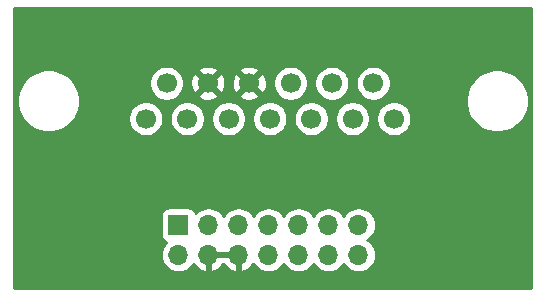
<source format=gbr>
G04 #@! TF.GenerationSoftware,KiCad,Pcbnew,(5.1.4)-1*
G04 #@! TF.CreationDate,2019-10-27T01:37:59+02:00*
G04 #@! TF.ProjectId,SIOSocket,53494f53-6f63-46b6-9574-2e6b69636164,rev?*
G04 #@! TF.SameCoordinates,Original*
G04 #@! TF.FileFunction,Copper,L1,Top*
G04 #@! TF.FilePolarity,Positive*
%FSLAX46Y46*%
G04 Gerber Fmt 4.6, Leading zero omitted, Abs format (unit mm)*
G04 Created by KiCad (PCBNEW (5.1.4)-1) date 2019-10-27 01:37:59*
%MOMM*%
%LPD*%
G04 APERTURE LIST*
%ADD10R,1.700000X1.700000*%
%ADD11O,1.700000X1.700000*%
%ADD12C,1.700000*%
%ADD13C,0.254000*%
G04 APERTURE END LIST*
D10*
X140000000Y-98500000D03*
D11*
X140000000Y-101040000D03*
X142540000Y-98500000D03*
X142540000Y-101040000D03*
X145080000Y-98500000D03*
X145080000Y-101040000D03*
X147620000Y-98500000D03*
X147620000Y-101040000D03*
X150160000Y-98500000D03*
X150160000Y-101040000D03*
X152700000Y-98500000D03*
X152700000Y-101040000D03*
X155240000Y-98500000D03*
X155240000Y-101040000D03*
D12*
X139000000Y-86500000D03*
X142500000Y-86500000D03*
X146000000Y-86500000D03*
X149500000Y-86500000D03*
X153000000Y-86500000D03*
X156500000Y-86500000D03*
X137250000Y-89500000D03*
X140750000Y-89500000D03*
X144250000Y-89500000D03*
X147750000Y-89500000D03*
X151250000Y-89500000D03*
X154750000Y-89500000D03*
X158250000Y-89500000D03*
D13*
G36*
X169873000Y-103873000D02*
G01*
X126127000Y-103873000D01*
X126127000Y-101040000D01*
X138507815Y-101040000D01*
X138536487Y-101331111D01*
X138621401Y-101611034D01*
X138759294Y-101869014D01*
X138944866Y-102095134D01*
X139170986Y-102280706D01*
X139428966Y-102418599D01*
X139708889Y-102503513D01*
X139927050Y-102525000D01*
X140072950Y-102525000D01*
X140291111Y-102503513D01*
X140571034Y-102418599D01*
X140829014Y-102280706D01*
X141055134Y-102095134D01*
X141240706Y-101869014D01*
X141275201Y-101804477D01*
X141344822Y-101921355D01*
X141539731Y-102137588D01*
X141773080Y-102311641D01*
X142035901Y-102436825D01*
X142183110Y-102481476D01*
X142413000Y-102360155D01*
X142413000Y-101167000D01*
X142667000Y-101167000D01*
X142667000Y-102360155D01*
X142896890Y-102481476D01*
X143044099Y-102436825D01*
X143306920Y-102311641D01*
X143540269Y-102137588D01*
X143735178Y-101921355D01*
X143810000Y-101795745D01*
X143884822Y-101921355D01*
X144079731Y-102137588D01*
X144313080Y-102311641D01*
X144575901Y-102436825D01*
X144723110Y-102481476D01*
X144953000Y-102360155D01*
X144953000Y-101167000D01*
X142667000Y-101167000D01*
X142413000Y-101167000D01*
X142393000Y-101167000D01*
X142393000Y-100913000D01*
X142413000Y-100913000D01*
X142413000Y-100893000D01*
X142667000Y-100893000D01*
X142667000Y-100913000D01*
X144953000Y-100913000D01*
X144953000Y-100893000D01*
X145207000Y-100893000D01*
X145207000Y-100913000D01*
X145227000Y-100913000D01*
X145227000Y-101167000D01*
X145207000Y-101167000D01*
X145207000Y-102360155D01*
X145436890Y-102481476D01*
X145584099Y-102436825D01*
X145846920Y-102311641D01*
X146080269Y-102137588D01*
X146275178Y-101921355D01*
X146344799Y-101804477D01*
X146379294Y-101869014D01*
X146564866Y-102095134D01*
X146790986Y-102280706D01*
X147048966Y-102418599D01*
X147328889Y-102503513D01*
X147547050Y-102525000D01*
X147692950Y-102525000D01*
X147911111Y-102503513D01*
X148191034Y-102418599D01*
X148449014Y-102280706D01*
X148675134Y-102095134D01*
X148860706Y-101869014D01*
X148890000Y-101814209D01*
X148919294Y-101869014D01*
X149104866Y-102095134D01*
X149330986Y-102280706D01*
X149588966Y-102418599D01*
X149868889Y-102503513D01*
X150087050Y-102525000D01*
X150232950Y-102525000D01*
X150451111Y-102503513D01*
X150731034Y-102418599D01*
X150989014Y-102280706D01*
X151215134Y-102095134D01*
X151400706Y-101869014D01*
X151430000Y-101814209D01*
X151459294Y-101869014D01*
X151644866Y-102095134D01*
X151870986Y-102280706D01*
X152128966Y-102418599D01*
X152408889Y-102503513D01*
X152627050Y-102525000D01*
X152772950Y-102525000D01*
X152991111Y-102503513D01*
X153271034Y-102418599D01*
X153529014Y-102280706D01*
X153755134Y-102095134D01*
X153940706Y-101869014D01*
X153970000Y-101814209D01*
X153999294Y-101869014D01*
X154184866Y-102095134D01*
X154410986Y-102280706D01*
X154668966Y-102418599D01*
X154948889Y-102503513D01*
X155167050Y-102525000D01*
X155312950Y-102525000D01*
X155531111Y-102503513D01*
X155811034Y-102418599D01*
X156069014Y-102280706D01*
X156295134Y-102095134D01*
X156480706Y-101869014D01*
X156618599Y-101611034D01*
X156703513Y-101331111D01*
X156732185Y-101040000D01*
X156703513Y-100748889D01*
X156618599Y-100468966D01*
X156480706Y-100210986D01*
X156295134Y-99984866D01*
X156069014Y-99799294D01*
X156014209Y-99770000D01*
X156069014Y-99740706D01*
X156295134Y-99555134D01*
X156480706Y-99329014D01*
X156618599Y-99071034D01*
X156703513Y-98791111D01*
X156732185Y-98500000D01*
X156703513Y-98208889D01*
X156618599Y-97928966D01*
X156480706Y-97670986D01*
X156295134Y-97444866D01*
X156069014Y-97259294D01*
X155811034Y-97121401D01*
X155531111Y-97036487D01*
X155312950Y-97015000D01*
X155167050Y-97015000D01*
X154948889Y-97036487D01*
X154668966Y-97121401D01*
X154410986Y-97259294D01*
X154184866Y-97444866D01*
X153999294Y-97670986D01*
X153970000Y-97725791D01*
X153940706Y-97670986D01*
X153755134Y-97444866D01*
X153529014Y-97259294D01*
X153271034Y-97121401D01*
X152991111Y-97036487D01*
X152772950Y-97015000D01*
X152627050Y-97015000D01*
X152408889Y-97036487D01*
X152128966Y-97121401D01*
X151870986Y-97259294D01*
X151644866Y-97444866D01*
X151459294Y-97670986D01*
X151430000Y-97725791D01*
X151400706Y-97670986D01*
X151215134Y-97444866D01*
X150989014Y-97259294D01*
X150731034Y-97121401D01*
X150451111Y-97036487D01*
X150232950Y-97015000D01*
X150087050Y-97015000D01*
X149868889Y-97036487D01*
X149588966Y-97121401D01*
X149330986Y-97259294D01*
X149104866Y-97444866D01*
X148919294Y-97670986D01*
X148890000Y-97725791D01*
X148860706Y-97670986D01*
X148675134Y-97444866D01*
X148449014Y-97259294D01*
X148191034Y-97121401D01*
X147911111Y-97036487D01*
X147692950Y-97015000D01*
X147547050Y-97015000D01*
X147328889Y-97036487D01*
X147048966Y-97121401D01*
X146790986Y-97259294D01*
X146564866Y-97444866D01*
X146379294Y-97670986D01*
X146350000Y-97725791D01*
X146320706Y-97670986D01*
X146135134Y-97444866D01*
X145909014Y-97259294D01*
X145651034Y-97121401D01*
X145371111Y-97036487D01*
X145152950Y-97015000D01*
X145007050Y-97015000D01*
X144788889Y-97036487D01*
X144508966Y-97121401D01*
X144250986Y-97259294D01*
X144024866Y-97444866D01*
X143839294Y-97670986D01*
X143810000Y-97725791D01*
X143780706Y-97670986D01*
X143595134Y-97444866D01*
X143369014Y-97259294D01*
X143111034Y-97121401D01*
X142831111Y-97036487D01*
X142612950Y-97015000D01*
X142467050Y-97015000D01*
X142248889Y-97036487D01*
X141968966Y-97121401D01*
X141710986Y-97259294D01*
X141484866Y-97444866D01*
X141460393Y-97474687D01*
X141439502Y-97405820D01*
X141380537Y-97295506D01*
X141301185Y-97198815D01*
X141204494Y-97119463D01*
X141094180Y-97060498D01*
X140974482Y-97024188D01*
X140850000Y-97011928D01*
X139150000Y-97011928D01*
X139025518Y-97024188D01*
X138905820Y-97060498D01*
X138795506Y-97119463D01*
X138698815Y-97198815D01*
X138619463Y-97295506D01*
X138560498Y-97405820D01*
X138524188Y-97525518D01*
X138511928Y-97650000D01*
X138511928Y-99350000D01*
X138524188Y-99474482D01*
X138560498Y-99594180D01*
X138619463Y-99704494D01*
X138698815Y-99801185D01*
X138795506Y-99880537D01*
X138905820Y-99939502D01*
X138974687Y-99960393D01*
X138944866Y-99984866D01*
X138759294Y-100210986D01*
X138621401Y-100468966D01*
X138536487Y-100748889D01*
X138507815Y-101040000D01*
X126127000Y-101040000D01*
X126127000Y-87737314D01*
X126332905Y-87737314D01*
X126332905Y-88262686D01*
X126435400Y-88777963D01*
X126636451Y-89263343D01*
X126928332Y-89700174D01*
X127299826Y-90071668D01*
X127736657Y-90363549D01*
X128222037Y-90564600D01*
X128737314Y-90667095D01*
X129262686Y-90667095D01*
X129777963Y-90564600D01*
X130263343Y-90363549D01*
X130700174Y-90071668D01*
X131071668Y-89700174D01*
X131303147Y-89353740D01*
X135765000Y-89353740D01*
X135765000Y-89646260D01*
X135822068Y-89933158D01*
X135934010Y-90203411D01*
X136096525Y-90446632D01*
X136303368Y-90653475D01*
X136546589Y-90815990D01*
X136816842Y-90927932D01*
X137103740Y-90985000D01*
X137396260Y-90985000D01*
X137683158Y-90927932D01*
X137953411Y-90815990D01*
X138196632Y-90653475D01*
X138403475Y-90446632D01*
X138565990Y-90203411D01*
X138677932Y-89933158D01*
X138735000Y-89646260D01*
X138735000Y-89353740D01*
X139265000Y-89353740D01*
X139265000Y-89646260D01*
X139322068Y-89933158D01*
X139434010Y-90203411D01*
X139596525Y-90446632D01*
X139803368Y-90653475D01*
X140046589Y-90815990D01*
X140316842Y-90927932D01*
X140603740Y-90985000D01*
X140896260Y-90985000D01*
X141183158Y-90927932D01*
X141453411Y-90815990D01*
X141696632Y-90653475D01*
X141903475Y-90446632D01*
X142065990Y-90203411D01*
X142177932Y-89933158D01*
X142235000Y-89646260D01*
X142235000Y-89353740D01*
X142765000Y-89353740D01*
X142765000Y-89646260D01*
X142822068Y-89933158D01*
X142934010Y-90203411D01*
X143096525Y-90446632D01*
X143303368Y-90653475D01*
X143546589Y-90815990D01*
X143816842Y-90927932D01*
X144103740Y-90985000D01*
X144396260Y-90985000D01*
X144683158Y-90927932D01*
X144953411Y-90815990D01*
X145196632Y-90653475D01*
X145403475Y-90446632D01*
X145565990Y-90203411D01*
X145677932Y-89933158D01*
X145735000Y-89646260D01*
X145735000Y-89353740D01*
X146265000Y-89353740D01*
X146265000Y-89646260D01*
X146322068Y-89933158D01*
X146434010Y-90203411D01*
X146596525Y-90446632D01*
X146803368Y-90653475D01*
X147046589Y-90815990D01*
X147316842Y-90927932D01*
X147603740Y-90985000D01*
X147896260Y-90985000D01*
X148183158Y-90927932D01*
X148453411Y-90815990D01*
X148696632Y-90653475D01*
X148903475Y-90446632D01*
X149065990Y-90203411D01*
X149177932Y-89933158D01*
X149235000Y-89646260D01*
X149235000Y-89353740D01*
X149765000Y-89353740D01*
X149765000Y-89646260D01*
X149822068Y-89933158D01*
X149934010Y-90203411D01*
X150096525Y-90446632D01*
X150303368Y-90653475D01*
X150546589Y-90815990D01*
X150816842Y-90927932D01*
X151103740Y-90985000D01*
X151396260Y-90985000D01*
X151683158Y-90927932D01*
X151953411Y-90815990D01*
X152196632Y-90653475D01*
X152403475Y-90446632D01*
X152565990Y-90203411D01*
X152677932Y-89933158D01*
X152735000Y-89646260D01*
X152735000Y-89353740D01*
X153265000Y-89353740D01*
X153265000Y-89646260D01*
X153322068Y-89933158D01*
X153434010Y-90203411D01*
X153596525Y-90446632D01*
X153803368Y-90653475D01*
X154046589Y-90815990D01*
X154316842Y-90927932D01*
X154603740Y-90985000D01*
X154896260Y-90985000D01*
X155183158Y-90927932D01*
X155453411Y-90815990D01*
X155696632Y-90653475D01*
X155903475Y-90446632D01*
X156065990Y-90203411D01*
X156177932Y-89933158D01*
X156235000Y-89646260D01*
X156235000Y-89353740D01*
X156765000Y-89353740D01*
X156765000Y-89646260D01*
X156822068Y-89933158D01*
X156934010Y-90203411D01*
X157096525Y-90446632D01*
X157303368Y-90653475D01*
X157546589Y-90815990D01*
X157816842Y-90927932D01*
X158103740Y-90985000D01*
X158396260Y-90985000D01*
X158683158Y-90927932D01*
X158953411Y-90815990D01*
X159196632Y-90653475D01*
X159403475Y-90446632D01*
X159565990Y-90203411D01*
X159677932Y-89933158D01*
X159735000Y-89646260D01*
X159735000Y-89353740D01*
X159677932Y-89066842D01*
X159565990Y-88796589D01*
X159403475Y-88553368D01*
X159196632Y-88346525D01*
X158953411Y-88184010D01*
X158683158Y-88072068D01*
X158396260Y-88015000D01*
X158103740Y-88015000D01*
X157816842Y-88072068D01*
X157546589Y-88184010D01*
X157303368Y-88346525D01*
X157096525Y-88553368D01*
X156934010Y-88796589D01*
X156822068Y-89066842D01*
X156765000Y-89353740D01*
X156235000Y-89353740D01*
X156177932Y-89066842D01*
X156065990Y-88796589D01*
X155903475Y-88553368D01*
X155696632Y-88346525D01*
X155453411Y-88184010D01*
X155183158Y-88072068D01*
X154896260Y-88015000D01*
X154603740Y-88015000D01*
X154316842Y-88072068D01*
X154046589Y-88184010D01*
X153803368Y-88346525D01*
X153596525Y-88553368D01*
X153434010Y-88796589D01*
X153322068Y-89066842D01*
X153265000Y-89353740D01*
X152735000Y-89353740D01*
X152677932Y-89066842D01*
X152565990Y-88796589D01*
X152403475Y-88553368D01*
X152196632Y-88346525D01*
X151953411Y-88184010D01*
X151683158Y-88072068D01*
X151396260Y-88015000D01*
X151103740Y-88015000D01*
X150816842Y-88072068D01*
X150546589Y-88184010D01*
X150303368Y-88346525D01*
X150096525Y-88553368D01*
X149934010Y-88796589D01*
X149822068Y-89066842D01*
X149765000Y-89353740D01*
X149235000Y-89353740D01*
X149177932Y-89066842D01*
X149065990Y-88796589D01*
X148903475Y-88553368D01*
X148696632Y-88346525D01*
X148453411Y-88184010D01*
X148183158Y-88072068D01*
X147896260Y-88015000D01*
X147603740Y-88015000D01*
X147316842Y-88072068D01*
X147046589Y-88184010D01*
X146803368Y-88346525D01*
X146596525Y-88553368D01*
X146434010Y-88796589D01*
X146322068Y-89066842D01*
X146265000Y-89353740D01*
X145735000Y-89353740D01*
X145677932Y-89066842D01*
X145565990Y-88796589D01*
X145403475Y-88553368D01*
X145196632Y-88346525D01*
X144953411Y-88184010D01*
X144683158Y-88072068D01*
X144396260Y-88015000D01*
X144103740Y-88015000D01*
X143816842Y-88072068D01*
X143546589Y-88184010D01*
X143303368Y-88346525D01*
X143096525Y-88553368D01*
X142934010Y-88796589D01*
X142822068Y-89066842D01*
X142765000Y-89353740D01*
X142235000Y-89353740D01*
X142177932Y-89066842D01*
X142065990Y-88796589D01*
X141903475Y-88553368D01*
X141696632Y-88346525D01*
X141453411Y-88184010D01*
X141183158Y-88072068D01*
X140896260Y-88015000D01*
X140603740Y-88015000D01*
X140316842Y-88072068D01*
X140046589Y-88184010D01*
X139803368Y-88346525D01*
X139596525Y-88553368D01*
X139434010Y-88796589D01*
X139322068Y-89066842D01*
X139265000Y-89353740D01*
X138735000Y-89353740D01*
X138677932Y-89066842D01*
X138565990Y-88796589D01*
X138403475Y-88553368D01*
X138196632Y-88346525D01*
X137953411Y-88184010D01*
X137683158Y-88072068D01*
X137396260Y-88015000D01*
X137103740Y-88015000D01*
X136816842Y-88072068D01*
X136546589Y-88184010D01*
X136303368Y-88346525D01*
X136096525Y-88553368D01*
X135934010Y-88796589D01*
X135822068Y-89066842D01*
X135765000Y-89353740D01*
X131303147Y-89353740D01*
X131363549Y-89263343D01*
X131564600Y-88777963D01*
X131667095Y-88262686D01*
X131667095Y-87737314D01*
X131564600Y-87222037D01*
X131363549Y-86736657D01*
X131107693Y-86353740D01*
X137515000Y-86353740D01*
X137515000Y-86646260D01*
X137572068Y-86933158D01*
X137684010Y-87203411D01*
X137846525Y-87446632D01*
X138053368Y-87653475D01*
X138296589Y-87815990D01*
X138566842Y-87927932D01*
X138853740Y-87985000D01*
X139146260Y-87985000D01*
X139433158Y-87927932D01*
X139703411Y-87815990D01*
X139946632Y-87653475D01*
X140071710Y-87528397D01*
X141651208Y-87528397D01*
X141728843Y-87777472D01*
X141992883Y-87903371D01*
X142276411Y-87975339D01*
X142568531Y-87990611D01*
X142858019Y-87948599D01*
X143133747Y-87850919D01*
X143271157Y-87777472D01*
X143348792Y-87528397D01*
X145151208Y-87528397D01*
X145228843Y-87777472D01*
X145492883Y-87903371D01*
X145776411Y-87975339D01*
X146068531Y-87990611D01*
X146358019Y-87948599D01*
X146633747Y-87850919D01*
X146771157Y-87777472D01*
X146848792Y-87528397D01*
X146000000Y-86679605D01*
X145151208Y-87528397D01*
X143348792Y-87528397D01*
X142500000Y-86679605D01*
X141651208Y-87528397D01*
X140071710Y-87528397D01*
X140153475Y-87446632D01*
X140315990Y-87203411D01*
X140427932Y-86933158D01*
X140485000Y-86646260D01*
X140485000Y-86568531D01*
X141009389Y-86568531D01*
X141051401Y-86858019D01*
X141149081Y-87133747D01*
X141222528Y-87271157D01*
X141471603Y-87348792D01*
X142320395Y-86500000D01*
X142679605Y-86500000D01*
X143528397Y-87348792D01*
X143777472Y-87271157D01*
X143903371Y-87007117D01*
X143975339Y-86723589D01*
X143983445Y-86568531D01*
X144509389Y-86568531D01*
X144551401Y-86858019D01*
X144649081Y-87133747D01*
X144722528Y-87271157D01*
X144971603Y-87348792D01*
X145820395Y-86500000D01*
X146179605Y-86500000D01*
X147028397Y-87348792D01*
X147277472Y-87271157D01*
X147403371Y-87007117D01*
X147475339Y-86723589D01*
X147490611Y-86431469D01*
X147479331Y-86353740D01*
X148015000Y-86353740D01*
X148015000Y-86646260D01*
X148072068Y-86933158D01*
X148184010Y-87203411D01*
X148346525Y-87446632D01*
X148553368Y-87653475D01*
X148796589Y-87815990D01*
X149066842Y-87927932D01*
X149353740Y-87985000D01*
X149646260Y-87985000D01*
X149933158Y-87927932D01*
X150203411Y-87815990D01*
X150446632Y-87653475D01*
X150653475Y-87446632D01*
X150815990Y-87203411D01*
X150927932Y-86933158D01*
X150985000Y-86646260D01*
X150985000Y-86353740D01*
X151515000Y-86353740D01*
X151515000Y-86646260D01*
X151572068Y-86933158D01*
X151684010Y-87203411D01*
X151846525Y-87446632D01*
X152053368Y-87653475D01*
X152296589Y-87815990D01*
X152566842Y-87927932D01*
X152853740Y-87985000D01*
X153146260Y-87985000D01*
X153433158Y-87927932D01*
X153703411Y-87815990D01*
X153946632Y-87653475D01*
X154153475Y-87446632D01*
X154315990Y-87203411D01*
X154427932Y-86933158D01*
X154485000Y-86646260D01*
X154485000Y-86353740D01*
X155015000Y-86353740D01*
X155015000Y-86646260D01*
X155072068Y-86933158D01*
X155184010Y-87203411D01*
X155346525Y-87446632D01*
X155553368Y-87653475D01*
X155796589Y-87815990D01*
X156066842Y-87927932D01*
X156353740Y-87985000D01*
X156646260Y-87985000D01*
X156933158Y-87927932D01*
X157203411Y-87815990D01*
X157321158Y-87737314D01*
X164332905Y-87737314D01*
X164332905Y-88262686D01*
X164435400Y-88777963D01*
X164636451Y-89263343D01*
X164928332Y-89700174D01*
X165299826Y-90071668D01*
X165736657Y-90363549D01*
X166222037Y-90564600D01*
X166737314Y-90667095D01*
X167262686Y-90667095D01*
X167777963Y-90564600D01*
X168263343Y-90363549D01*
X168700174Y-90071668D01*
X169071668Y-89700174D01*
X169363549Y-89263343D01*
X169564600Y-88777963D01*
X169667095Y-88262686D01*
X169667095Y-87737314D01*
X169564600Y-87222037D01*
X169363549Y-86736657D01*
X169071668Y-86299826D01*
X168700174Y-85928332D01*
X168263343Y-85636451D01*
X167777963Y-85435400D01*
X167262686Y-85332905D01*
X166737314Y-85332905D01*
X166222037Y-85435400D01*
X165736657Y-85636451D01*
X165299826Y-85928332D01*
X164928332Y-86299826D01*
X164636451Y-86736657D01*
X164435400Y-87222037D01*
X164332905Y-87737314D01*
X157321158Y-87737314D01*
X157446632Y-87653475D01*
X157653475Y-87446632D01*
X157815990Y-87203411D01*
X157927932Y-86933158D01*
X157985000Y-86646260D01*
X157985000Y-86353740D01*
X157927932Y-86066842D01*
X157815990Y-85796589D01*
X157653475Y-85553368D01*
X157446632Y-85346525D01*
X157203411Y-85184010D01*
X156933158Y-85072068D01*
X156646260Y-85015000D01*
X156353740Y-85015000D01*
X156066842Y-85072068D01*
X155796589Y-85184010D01*
X155553368Y-85346525D01*
X155346525Y-85553368D01*
X155184010Y-85796589D01*
X155072068Y-86066842D01*
X155015000Y-86353740D01*
X154485000Y-86353740D01*
X154427932Y-86066842D01*
X154315990Y-85796589D01*
X154153475Y-85553368D01*
X153946632Y-85346525D01*
X153703411Y-85184010D01*
X153433158Y-85072068D01*
X153146260Y-85015000D01*
X152853740Y-85015000D01*
X152566842Y-85072068D01*
X152296589Y-85184010D01*
X152053368Y-85346525D01*
X151846525Y-85553368D01*
X151684010Y-85796589D01*
X151572068Y-86066842D01*
X151515000Y-86353740D01*
X150985000Y-86353740D01*
X150927932Y-86066842D01*
X150815990Y-85796589D01*
X150653475Y-85553368D01*
X150446632Y-85346525D01*
X150203411Y-85184010D01*
X149933158Y-85072068D01*
X149646260Y-85015000D01*
X149353740Y-85015000D01*
X149066842Y-85072068D01*
X148796589Y-85184010D01*
X148553368Y-85346525D01*
X148346525Y-85553368D01*
X148184010Y-85796589D01*
X148072068Y-86066842D01*
X148015000Y-86353740D01*
X147479331Y-86353740D01*
X147448599Y-86141981D01*
X147350919Y-85866253D01*
X147277472Y-85728843D01*
X147028397Y-85651208D01*
X146179605Y-86500000D01*
X145820395Y-86500000D01*
X144971603Y-85651208D01*
X144722528Y-85728843D01*
X144596629Y-85992883D01*
X144524661Y-86276411D01*
X144509389Y-86568531D01*
X143983445Y-86568531D01*
X143990611Y-86431469D01*
X143948599Y-86141981D01*
X143850919Y-85866253D01*
X143777472Y-85728843D01*
X143528397Y-85651208D01*
X142679605Y-86500000D01*
X142320395Y-86500000D01*
X141471603Y-85651208D01*
X141222528Y-85728843D01*
X141096629Y-85992883D01*
X141024661Y-86276411D01*
X141009389Y-86568531D01*
X140485000Y-86568531D01*
X140485000Y-86353740D01*
X140427932Y-86066842D01*
X140315990Y-85796589D01*
X140153475Y-85553368D01*
X140071710Y-85471603D01*
X141651208Y-85471603D01*
X142500000Y-86320395D01*
X143348792Y-85471603D01*
X145151208Y-85471603D01*
X146000000Y-86320395D01*
X146848792Y-85471603D01*
X146771157Y-85222528D01*
X146507117Y-85096629D01*
X146223589Y-85024661D01*
X145931469Y-85009389D01*
X145641981Y-85051401D01*
X145366253Y-85149081D01*
X145228843Y-85222528D01*
X145151208Y-85471603D01*
X143348792Y-85471603D01*
X143271157Y-85222528D01*
X143007117Y-85096629D01*
X142723589Y-85024661D01*
X142431469Y-85009389D01*
X142141981Y-85051401D01*
X141866253Y-85149081D01*
X141728843Y-85222528D01*
X141651208Y-85471603D01*
X140071710Y-85471603D01*
X139946632Y-85346525D01*
X139703411Y-85184010D01*
X139433158Y-85072068D01*
X139146260Y-85015000D01*
X138853740Y-85015000D01*
X138566842Y-85072068D01*
X138296589Y-85184010D01*
X138053368Y-85346525D01*
X137846525Y-85553368D01*
X137684010Y-85796589D01*
X137572068Y-86066842D01*
X137515000Y-86353740D01*
X131107693Y-86353740D01*
X131071668Y-86299826D01*
X130700174Y-85928332D01*
X130263343Y-85636451D01*
X129777963Y-85435400D01*
X129262686Y-85332905D01*
X128737314Y-85332905D01*
X128222037Y-85435400D01*
X127736657Y-85636451D01*
X127299826Y-85928332D01*
X126928332Y-86299826D01*
X126636451Y-86736657D01*
X126435400Y-87222037D01*
X126332905Y-87737314D01*
X126127000Y-87737314D01*
X126127000Y-80127000D01*
X169873000Y-80127000D01*
X169873000Y-103873000D01*
X169873000Y-103873000D01*
G37*
X169873000Y-103873000D02*
X126127000Y-103873000D01*
X126127000Y-101040000D01*
X138507815Y-101040000D01*
X138536487Y-101331111D01*
X138621401Y-101611034D01*
X138759294Y-101869014D01*
X138944866Y-102095134D01*
X139170986Y-102280706D01*
X139428966Y-102418599D01*
X139708889Y-102503513D01*
X139927050Y-102525000D01*
X140072950Y-102525000D01*
X140291111Y-102503513D01*
X140571034Y-102418599D01*
X140829014Y-102280706D01*
X141055134Y-102095134D01*
X141240706Y-101869014D01*
X141275201Y-101804477D01*
X141344822Y-101921355D01*
X141539731Y-102137588D01*
X141773080Y-102311641D01*
X142035901Y-102436825D01*
X142183110Y-102481476D01*
X142413000Y-102360155D01*
X142413000Y-101167000D01*
X142667000Y-101167000D01*
X142667000Y-102360155D01*
X142896890Y-102481476D01*
X143044099Y-102436825D01*
X143306920Y-102311641D01*
X143540269Y-102137588D01*
X143735178Y-101921355D01*
X143810000Y-101795745D01*
X143884822Y-101921355D01*
X144079731Y-102137588D01*
X144313080Y-102311641D01*
X144575901Y-102436825D01*
X144723110Y-102481476D01*
X144953000Y-102360155D01*
X144953000Y-101167000D01*
X142667000Y-101167000D01*
X142413000Y-101167000D01*
X142393000Y-101167000D01*
X142393000Y-100913000D01*
X142413000Y-100913000D01*
X142413000Y-100893000D01*
X142667000Y-100893000D01*
X142667000Y-100913000D01*
X144953000Y-100913000D01*
X144953000Y-100893000D01*
X145207000Y-100893000D01*
X145207000Y-100913000D01*
X145227000Y-100913000D01*
X145227000Y-101167000D01*
X145207000Y-101167000D01*
X145207000Y-102360155D01*
X145436890Y-102481476D01*
X145584099Y-102436825D01*
X145846920Y-102311641D01*
X146080269Y-102137588D01*
X146275178Y-101921355D01*
X146344799Y-101804477D01*
X146379294Y-101869014D01*
X146564866Y-102095134D01*
X146790986Y-102280706D01*
X147048966Y-102418599D01*
X147328889Y-102503513D01*
X147547050Y-102525000D01*
X147692950Y-102525000D01*
X147911111Y-102503513D01*
X148191034Y-102418599D01*
X148449014Y-102280706D01*
X148675134Y-102095134D01*
X148860706Y-101869014D01*
X148890000Y-101814209D01*
X148919294Y-101869014D01*
X149104866Y-102095134D01*
X149330986Y-102280706D01*
X149588966Y-102418599D01*
X149868889Y-102503513D01*
X150087050Y-102525000D01*
X150232950Y-102525000D01*
X150451111Y-102503513D01*
X150731034Y-102418599D01*
X150989014Y-102280706D01*
X151215134Y-102095134D01*
X151400706Y-101869014D01*
X151430000Y-101814209D01*
X151459294Y-101869014D01*
X151644866Y-102095134D01*
X151870986Y-102280706D01*
X152128966Y-102418599D01*
X152408889Y-102503513D01*
X152627050Y-102525000D01*
X152772950Y-102525000D01*
X152991111Y-102503513D01*
X153271034Y-102418599D01*
X153529014Y-102280706D01*
X153755134Y-102095134D01*
X153940706Y-101869014D01*
X153970000Y-101814209D01*
X153999294Y-101869014D01*
X154184866Y-102095134D01*
X154410986Y-102280706D01*
X154668966Y-102418599D01*
X154948889Y-102503513D01*
X155167050Y-102525000D01*
X155312950Y-102525000D01*
X155531111Y-102503513D01*
X155811034Y-102418599D01*
X156069014Y-102280706D01*
X156295134Y-102095134D01*
X156480706Y-101869014D01*
X156618599Y-101611034D01*
X156703513Y-101331111D01*
X156732185Y-101040000D01*
X156703513Y-100748889D01*
X156618599Y-100468966D01*
X156480706Y-100210986D01*
X156295134Y-99984866D01*
X156069014Y-99799294D01*
X156014209Y-99770000D01*
X156069014Y-99740706D01*
X156295134Y-99555134D01*
X156480706Y-99329014D01*
X156618599Y-99071034D01*
X156703513Y-98791111D01*
X156732185Y-98500000D01*
X156703513Y-98208889D01*
X156618599Y-97928966D01*
X156480706Y-97670986D01*
X156295134Y-97444866D01*
X156069014Y-97259294D01*
X155811034Y-97121401D01*
X155531111Y-97036487D01*
X155312950Y-97015000D01*
X155167050Y-97015000D01*
X154948889Y-97036487D01*
X154668966Y-97121401D01*
X154410986Y-97259294D01*
X154184866Y-97444866D01*
X153999294Y-97670986D01*
X153970000Y-97725791D01*
X153940706Y-97670986D01*
X153755134Y-97444866D01*
X153529014Y-97259294D01*
X153271034Y-97121401D01*
X152991111Y-97036487D01*
X152772950Y-97015000D01*
X152627050Y-97015000D01*
X152408889Y-97036487D01*
X152128966Y-97121401D01*
X151870986Y-97259294D01*
X151644866Y-97444866D01*
X151459294Y-97670986D01*
X151430000Y-97725791D01*
X151400706Y-97670986D01*
X151215134Y-97444866D01*
X150989014Y-97259294D01*
X150731034Y-97121401D01*
X150451111Y-97036487D01*
X150232950Y-97015000D01*
X150087050Y-97015000D01*
X149868889Y-97036487D01*
X149588966Y-97121401D01*
X149330986Y-97259294D01*
X149104866Y-97444866D01*
X148919294Y-97670986D01*
X148890000Y-97725791D01*
X148860706Y-97670986D01*
X148675134Y-97444866D01*
X148449014Y-97259294D01*
X148191034Y-97121401D01*
X147911111Y-97036487D01*
X147692950Y-97015000D01*
X147547050Y-97015000D01*
X147328889Y-97036487D01*
X147048966Y-97121401D01*
X146790986Y-97259294D01*
X146564866Y-97444866D01*
X146379294Y-97670986D01*
X146350000Y-97725791D01*
X146320706Y-97670986D01*
X146135134Y-97444866D01*
X145909014Y-97259294D01*
X145651034Y-97121401D01*
X145371111Y-97036487D01*
X145152950Y-97015000D01*
X145007050Y-97015000D01*
X144788889Y-97036487D01*
X144508966Y-97121401D01*
X144250986Y-97259294D01*
X144024866Y-97444866D01*
X143839294Y-97670986D01*
X143810000Y-97725791D01*
X143780706Y-97670986D01*
X143595134Y-97444866D01*
X143369014Y-97259294D01*
X143111034Y-97121401D01*
X142831111Y-97036487D01*
X142612950Y-97015000D01*
X142467050Y-97015000D01*
X142248889Y-97036487D01*
X141968966Y-97121401D01*
X141710986Y-97259294D01*
X141484866Y-97444866D01*
X141460393Y-97474687D01*
X141439502Y-97405820D01*
X141380537Y-97295506D01*
X141301185Y-97198815D01*
X141204494Y-97119463D01*
X141094180Y-97060498D01*
X140974482Y-97024188D01*
X140850000Y-97011928D01*
X139150000Y-97011928D01*
X139025518Y-97024188D01*
X138905820Y-97060498D01*
X138795506Y-97119463D01*
X138698815Y-97198815D01*
X138619463Y-97295506D01*
X138560498Y-97405820D01*
X138524188Y-97525518D01*
X138511928Y-97650000D01*
X138511928Y-99350000D01*
X138524188Y-99474482D01*
X138560498Y-99594180D01*
X138619463Y-99704494D01*
X138698815Y-99801185D01*
X138795506Y-99880537D01*
X138905820Y-99939502D01*
X138974687Y-99960393D01*
X138944866Y-99984866D01*
X138759294Y-100210986D01*
X138621401Y-100468966D01*
X138536487Y-100748889D01*
X138507815Y-101040000D01*
X126127000Y-101040000D01*
X126127000Y-87737314D01*
X126332905Y-87737314D01*
X126332905Y-88262686D01*
X126435400Y-88777963D01*
X126636451Y-89263343D01*
X126928332Y-89700174D01*
X127299826Y-90071668D01*
X127736657Y-90363549D01*
X128222037Y-90564600D01*
X128737314Y-90667095D01*
X129262686Y-90667095D01*
X129777963Y-90564600D01*
X130263343Y-90363549D01*
X130700174Y-90071668D01*
X131071668Y-89700174D01*
X131303147Y-89353740D01*
X135765000Y-89353740D01*
X135765000Y-89646260D01*
X135822068Y-89933158D01*
X135934010Y-90203411D01*
X136096525Y-90446632D01*
X136303368Y-90653475D01*
X136546589Y-90815990D01*
X136816842Y-90927932D01*
X137103740Y-90985000D01*
X137396260Y-90985000D01*
X137683158Y-90927932D01*
X137953411Y-90815990D01*
X138196632Y-90653475D01*
X138403475Y-90446632D01*
X138565990Y-90203411D01*
X138677932Y-89933158D01*
X138735000Y-89646260D01*
X138735000Y-89353740D01*
X139265000Y-89353740D01*
X139265000Y-89646260D01*
X139322068Y-89933158D01*
X139434010Y-90203411D01*
X139596525Y-90446632D01*
X139803368Y-90653475D01*
X140046589Y-90815990D01*
X140316842Y-90927932D01*
X140603740Y-90985000D01*
X140896260Y-90985000D01*
X141183158Y-90927932D01*
X141453411Y-90815990D01*
X141696632Y-90653475D01*
X141903475Y-90446632D01*
X142065990Y-90203411D01*
X142177932Y-89933158D01*
X142235000Y-89646260D01*
X142235000Y-89353740D01*
X142765000Y-89353740D01*
X142765000Y-89646260D01*
X142822068Y-89933158D01*
X142934010Y-90203411D01*
X143096525Y-90446632D01*
X143303368Y-90653475D01*
X143546589Y-90815990D01*
X143816842Y-90927932D01*
X144103740Y-90985000D01*
X144396260Y-90985000D01*
X144683158Y-90927932D01*
X144953411Y-90815990D01*
X145196632Y-90653475D01*
X145403475Y-90446632D01*
X145565990Y-90203411D01*
X145677932Y-89933158D01*
X145735000Y-89646260D01*
X145735000Y-89353740D01*
X146265000Y-89353740D01*
X146265000Y-89646260D01*
X146322068Y-89933158D01*
X146434010Y-90203411D01*
X146596525Y-90446632D01*
X146803368Y-90653475D01*
X147046589Y-90815990D01*
X147316842Y-90927932D01*
X147603740Y-90985000D01*
X147896260Y-90985000D01*
X148183158Y-90927932D01*
X148453411Y-90815990D01*
X148696632Y-90653475D01*
X148903475Y-90446632D01*
X149065990Y-90203411D01*
X149177932Y-89933158D01*
X149235000Y-89646260D01*
X149235000Y-89353740D01*
X149765000Y-89353740D01*
X149765000Y-89646260D01*
X149822068Y-89933158D01*
X149934010Y-90203411D01*
X150096525Y-90446632D01*
X150303368Y-90653475D01*
X150546589Y-90815990D01*
X150816842Y-90927932D01*
X151103740Y-90985000D01*
X151396260Y-90985000D01*
X151683158Y-90927932D01*
X151953411Y-90815990D01*
X152196632Y-90653475D01*
X152403475Y-90446632D01*
X152565990Y-90203411D01*
X152677932Y-89933158D01*
X152735000Y-89646260D01*
X152735000Y-89353740D01*
X153265000Y-89353740D01*
X153265000Y-89646260D01*
X153322068Y-89933158D01*
X153434010Y-90203411D01*
X153596525Y-90446632D01*
X153803368Y-90653475D01*
X154046589Y-90815990D01*
X154316842Y-90927932D01*
X154603740Y-90985000D01*
X154896260Y-90985000D01*
X155183158Y-90927932D01*
X155453411Y-90815990D01*
X155696632Y-90653475D01*
X155903475Y-90446632D01*
X156065990Y-90203411D01*
X156177932Y-89933158D01*
X156235000Y-89646260D01*
X156235000Y-89353740D01*
X156765000Y-89353740D01*
X156765000Y-89646260D01*
X156822068Y-89933158D01*
X156934010Y-90203411D01*
X157096525Y-90446632D01*
X157303368Y-90653475D01*
X157546589Y-90815990D01*
X157816842Y-90927932D01*
X158103740Y-90985000D01*
X158396260Y-90985000D01*
X158683158Y-90927932D01*
X158953411Y-90815990D01*
X159196632Y-90653475D01*
X159403475Y-90446632D01*
X159565990Y-90203411D01*
X159677932Y-89933158D01*
X159735000Y-89646260D01*
X159735000Y-89353740D01*
X159677932Y-89066842D01*
X159565990Y-88796589D01*
X159403475Y-88553368D01*
X159196632Y-88346525D01*
X158953411Y-88184010D01*
X158683158Y-88072068D01*
X158396260Y-88015000D01*
X158103740Y-88015000D01*
X157816842Y-88072068D01*
X157546589Y-88184010D01*
X157303368Y-88346525D01*
X157096525Y-88553368D01*
X156934010Y-88796589D01*
X156822068Y-89066842D01*
X156765000Y-89353740D01*
X156235000Y-89353740D01*
X156177932Y-89066842D01*
X156065990Y-88796589D01*
X155903475Y-88553368D01*
X155696632Y-88346525D01*
X155453411Y-88184010D01*
X155183158Y-88072068D01*
X154896260Y-88015000D01*
X154603740Y-88015000D01*
X154316842Y-88072068D01*
X154046589Y-88184010D01*
X153803368Y-88346525D01*
X153596525Y-88553368D01*
X153434010Y-88796589D01*
X153322068Y-89066842D01*
X153265000Y-89353740D01*
X152735000Y-89353740D01*
X152677932Y-89066842D01*
X152565990Y-88796589D01*
X152403475Y-88553368D01*
X152196632Y-88346525D01*
X151953411Y-88184010D01*
X151683158Y-88072068D01*
X151396260Y-88015000D01*
X151103740Y-88015000D01*
X150816842Y-88072068D01*
X150546589Y-88184010D01*
X150303368Y-88346525D01*
X150096525Y-88553368D01*
X149934010Y-88796589D01*
X149822068Y-89066842D01*
X149765000Y-89353740D01*
X149235000Y-89353740D01*
X149177932Y-89066842D01*
X149065990Y-88796589D01*
X148903475Y-88553368D01*
X148696632Y-88346525D01*
X148453411Y-88184010D01*
X148183158Y-88072068D01*
X147896260Y-88015000D01*
X147603740Y-88015000D01*
X147316842Y-88072068D01*
X147046589Y-88184010D01*
X146803368Y-88346525D01*
X146596525Y-88553368D01*
X146434010Y-88796589D01*
X146322068Y-89066842D01*
X146265000Y-89353740D01*
X145735000Y-89353740D01*
X145677932Y-89066842D01*
X145565990Y-88796589D01*
X145403475Y-88553368D01*
X145196632Y-88346525D01*
X144953411Y-88184010D01*
X144683158Y-88072068D01*
X144396260Y-88015000D01*
X144103740Y-88015000D01*
X143816842Y-88072068D01*
X143546589Y-88184010D01*
X143303368Y-88346525D01*
X143096525Y-88553368D01*
X142934010Y-88796589D01*
X142822068Y-89066842D01*
X142765000Y-89353740D01*
X142235000Y-89353740D01*
X142177932Y-89066842D01*
X142065990Y-88796589D01*
X141903475Y-88553368D01*
X141696632Y-88346525D01*
X141453411Y-88184010D01*
X141183158Y-88072068D01*
X140896260Y-88015000D01*
X140603740Y-88015000D01*
X140316842Y-88072068D01*
X140046589Y-88184010D01*
X139803368Y-88346525D01*
X139596525Y-88553368D01*
X139434010Y-88796589D01*
X139322068Y-89066842D01*
X139265000Y-89353740D01*
X138735000Y-89353740D01*
X138677932Y-89066842D01*
X138565990Y-88796589D01*
X138403475Y-88553368D01*
X138196632Y-88346525D01*
X137953411Y-88184010D01*
X137683158Y-88072068D01*
X137396260Y-88015000D01*
X137103740Y-88015000D01*
X136816842Y-88072068D01*
X136546589Y-88184010D01*
X136303368Y-88346525D01*
X136096525Y-88553368D01*
X135934010Y-88796589D01*
X135822068Y-89066842D01*
X135765000Y-89353740D01*
X131303147Y-89353740D01*
X131363549Y-89263343D01*
X131564600Y-88777963D01*
X131667095Y-88262686D01*
X131667095Y-87737314D01*
X131564600Y-87222037D01*
X131363549Y-86736657D01*
X131107693Y-86353740D01*
X137515000Y-86353740D01*
X137515000Y-86646260D01*
X137572068Y-86933158D01*
X137684010Y-87203411D01*
X137846525Y-87446632D01*
X138053368Y-87653475D01*
X138296589Y-87815990D01*
X138566842Y-87927932D01*
X138853740Y-87985000D01*
X139146260Y-87985000D01*
X139433158Y-87927932D01*
X139703411Y-87815990D01*
X139946632Y-87653475D01*
X140071710Y-87528397D01*
X141651208Y-87528397D01*
X141728843Y-87777472D01*
X141992883Y-87903371D01*
X142276411Y-87975339D01*
X142568531Y-87990611D01*
X142858019Y-87948599D01*
X143133747Y-87850919D01*
X143271157Y-87777472D01*
X143348792Y-87528397D01*
X145151208Y-87528397D01*
X145228843Y-87777472D01*
X145492883Y-87903371D01*
X145776411Y-87975339D01*
X146068531Y-87990611D01*
X146358019Y-87948599D01*
X146633747Y-87850919D01*
X146771157Y-87777472D01*
X146848792Y-87528397D01*
X146000000Y-86679605D01*
X145151208Y-87528397D01*
X143348792Y-87528397D01*
X142500000Y-86679605D01*
X141651208Y-87528397D01*
X140071710Y-87528397D01*
X140153475Y-87446632D01*
X140315990Y-87203411D01*
X140427932Y-86933158D01*
X140485000Y-86646260D01*
X140485000Y-86568531D01*
X141009389Y-86568531D01*
X141051401Y-86858019D01*
X141149081Y-87133747D01*
X141222528Y-87271157D01*
X141471603Y-87348792D01*
X142320395Y-86500000D01*
X142679605Y-86500000D01*
X143528397Y-87348792D01*
X143777472Y-87271157D01*
X143903371Y-87007117D01*
X143975339Y-86723589D01*
X143983445Y-86568531D01*
X144509389Y-86568531D01*
X144551401Y-86858019D01*
X144649081Y-87133747D01*
X144722528Y-87271157D01*
X144971603Y-87348792D01*
X145820395Y-86500000D01*
X146179605Y-86500000D01*
X147028397Y-87348792D01*
X147277472Y-87271157D01*
X147403371Y-87007117D01*
X147475339Y-86723589D01*
X147490611Y-86431469D01*
X147479331Y-86353740D01*
X148015000Y-86353740D01*
X148015000Y-86646260D01*
X148072068Y-86933158D01*
X148184010Y-87203411D01*
X148346525Y-87446632D01*
X148553368Y-87653475D01*
X148796589Y-87815990D01*
X149066842Y-87927932D01*
X149353740Y-87985000D01*
X149646260Y-87985000D01*
X149933158Y-87927932D01*
X150203411Y-87815990D01*
X150446632Y-87653475D01*
X150653475Y-87446632D01*
X150815990Y-87203411D01*
X150927932Y-86933158D01*
X150985000Y-86646260D01*
X150985000Y-86353740D01*
X151515000Y-86353740D01*
X151515000Y-86646260D01*
X151572068Y-86933158D01*
X151684010Y-87203411D01*
X151846525Y-87446632D01*
X152053368Y-87653475D01*
X152296589Y-87815990D01*
X152566842Y-87927932D01*
X152853740Y-87985000D01*
X153146260Y-87985000D01*
X153433158Y-87927932D01*
X153703411Y-87815990D01*
X153946632Y-87653475D01*
X154153475Y-87446632D01*
X154315990Y-87203411D01*
X154427932Y-86933158D01*
X154485000Y-86646260D01*
X154485000Y-86353740D01*
X155015000Y-86353740D01*
X155015000Y-86646260D01*
X155072068Y-86933158D01*
X155184010Y-87203411D01*
X155346525Y-87446632D01*
X155553368Y-87653475D01*
X155796589Y-87815990D01*
X156066842Y-87927932D01*
X156353740Y-87985000D01*
X156646260Y-87985000D01*
X156933158Y-87927932D01*
X157203411Y-87815990D01*
X157321158Y-87737314D01*
X164332905Y-87737314D01*
X164332905Y-88262686D01*
X164435400Y-88777963D01*
X164636451Y-89263343D01*
X164928332Y-89700174D01*
X165299826Y-90071668D01*
X165736657Y-90363549D01*
X166222037Y-90564600D01*
X166737314Y-90667095D01*
X167262686Y-90667095D01*
X167777963Y-90564600D01*
X168263343Y-90363549D01*
X168700174Y-90071668D01*
X169071668Y-89700174D01*
X169363549Y-89263343D01*
X169564600Y-88777963D01*
X169667095Y-88262686D01*
X169667095Y-87737314D01*
X169564600Y-87222037D01*
X169363549Y-86736657D01*
X169071668Y-86299826D01*
X168700174Y-85928332D01*
X168263343Y-85636451D01*
X167777963Y-85435400D01*
X167262686Y-85332905D01*
X166737314Y-85332905D01*
X166222037Y-85435400D01*
X165736657Y-85636451D01*
X165299826Y-85928332D01*
X164928332Y-86299826D01*
X164636451Y-86736657D01*
X164435400Y-87222037D01*
X164332905Y-87737314D01*
X157321158Y-87737314D01*
X157446632Y-87653475D01*
X157653475Y-87446632D01*
X157815990Y-87203411D01*
X157927932Y-86933158D01*
X157985000Y-86646260D01*
X157985000Y-86353740D01*
X157927932Y-86066842D01*
X157815990Y-85796589D01*
X157653475Y-85553368D01*
X157446632Y-85346525D01*
X157203411Y-85184010D01*
X156933158Y-85072068D01*
X156646260Y-85015000D01*
X156353740Y-85015000D01*
X156066842Y-85072068D01*
X155796589Y-85184010D01*
X155553368Y-85346525D01*
X155346525Y-85553368D01*
X155184010Y-85796589D01*
X155072068Y-86066842D01*
X155015000Y-86353740D01*
X154485000Y-86353740D01*
X154427932Y-86066842D01*
X154315990Y-85796589D01*
X154153475Y-85553368D01*
X153946632Y-85346525D01*
X153703411Y-85184010D01*
X153433158Y-85072068D01*
X153146260Y-85015000D01*
X152853740Y-85015000D01*
X152566842Y-85072068D01*
X152296589Y-85184010D01*
X152053368Y-85346525D01*
X151846525Y-85553368D01*
X151684010Y-85796589D01*
X151572068Y-86066842D01*
X151515000Y-86353740D01*
X150985000Y-86353740D01*
X150927932Y-86066842D01*
X150815990Y-85796589D01*
X150653475Y-85553368D01*
X150446632Y-85346525D01*
X150203411Y-85184010D01*
X149933158Y-85072068D01*
X149646260Y-85015000D01*
X149353740Y-85015000D01*
X149066842Y-85072068D01*
X148796589Y-85184010D01*
X148553368Y-85346525D01*
X148346525Y-85553368D01*
X148184010Y-85796589D01*
X148072068Y-86066842D01*
X148015000Y-86353740D01*
X147479331Y-86353740D01*
X147448599Y-86141981D01*
X147350919Y-85866253D01*
X147277472Y-85728843D01*
X147028397Y-85651208D01*
X146179605Y-86500000D01*
X145820395Y-86500000D01*
X144971603Y-85651208D01*
X144722528Y-85728843D01*
X144596629Y-85992883D01*
X144524661Y-86276411D01*
X144509389Y-86568531D01*
X143983445Y-86568531D01*
X143990611Y-86431469D01*
X143948599Y-86141981D01*
X143850919Y-85866253D01*
X143777472Y-85728843D01*
X143528397Y-85651208D01*
X142679605Y-86500000D01*
X142320395Y-86500000D01*
X141471603Y-85651208D01*
X141222528Y-85728843D01*
X141096629Y-85992883D01*
X141024661Y-86276411D01*
X141009389Y-86568531D01*
X140485000Y-86568531D01*
X140485000Y-86353740D01*
X140427932Y-86066842D01*
X140315990Y-85796589D01*
X140153475Y-85553368D01*
X140071710Y-85471603D01*
X141651208Y-85471603D01*
X142500000Y-86320395D01*
X143348792Y-85471603D01*
X145151208Y-85471603D01*
X146000000Y-86320395D01*
X146848792Y-85471603D01*
X146771157Y-85222528D01*
X146507117Y-85096629D01*
X146223589Y-85024661D01*
X145931469Y-85009389D01*
X145641981Y-85051401D01*
X145366253Y-85149081D01*
X145228843Y-85222528D01*
X145151208Y-85471603D01*
X143348792Y-85471603D01*
X143271157Y-85222528D01*
X143007117Y-85096629D01*
X142723589Y-85024661D01*
X142431469Y-85009389D01*
X142141981Y-85051401D01*
X141866253Y-85149081D01*
X141728843Y-85222528D01*
X141651208Y-85471603D01*
X140071710Y-85471603D01*
X139946632Y-85346525D01*
X139703411Y-85184010D01*
X139433158Y-85072068D01*
X139146260Y-85015000D01*
X138853740Y-85015000D01*
X138566842Y-85072068D01*
X138296589Y-85184010D01*
X138053368Y-85346525D01*
X137846525Y-85553368D01*
X137684010Y-85796589D01*
X137572068Y-86066842D01*
X137515000Y-86353740D01*
X131107693Y-86353740D01*
X131071668Y-86299826D01*
X130700174Y-85928332D01*
X130263343Y-85636451D01*
X129777963Y-85435400D01*
X129262686Y-85332905D01*
X128737314Y-85332905D01*
X128222037Y-85435400D01*
X127736657Y-85636451D01*
X127299826Y-85928332D01*
X126928332Y-86299826D01*
X126636451Y-86736657D01*
X126435400Y-87222037D01*
X126332905Y-87737314D01*
X126127000Y-87737314D01*
X126127000Y-80127000D01*
X169873000Y-80127000D01*
X169873000Y-103873000D01*
M02*

</source>
